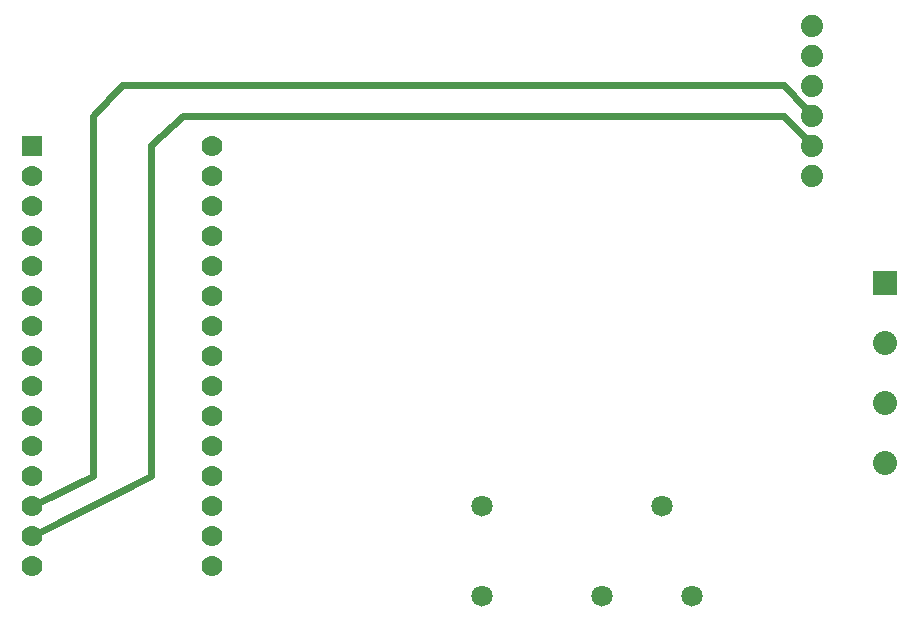
<source format=gtl>
G04 MADE WITH FRITZING*
G04 WWW.FRITZING.ORG*
G04 DOUBLE SIDED*
G04 HOLES PLATED*
G04 CONTOUR ON CENTER OF CONTOUR VECTOR*
%ASAXBY*%
%FSLAX23Y23*%
%MOIN*%
%OFA0B0*%
%SFA1.0B1.0*%
%ADD10C,0.070000*%
%ADD11C,0.074000*%
%ADD12C,0.071181*%
%ADD13C,0.080000*%
%ADD14R,0.069972X0.070000*%
%ADD15R,0.080000X0.080000*%
%ADD16C,0.024000*%
%LNCOPPER1*%
G90*
G70*
G54D10*
X111Y1678D03*
X111Y1578D03*
X111Y1478D03*
X111Y1378D03*
X111Y1278D03*
X111Y1178D03*
X111Y1078D03*
X111Y978D03*
X111Y878D03*
X111Y778D03*
X111Y678D03*
X111Y578D03*
X111Y478D03*
X111Y378D03*
X111Y278D03*
X711Y1678D03*
X711Y1578D03*
X711Y1478D03*
X711Y1378D03*
X711Y1278D03*
X711Y1178D03*
X711Y1078D03*
X711Y978D03*
X711Y878D03*
X711Y778D03*
X711Y678D03*
X711Y578D03*
X711Y478D03*
X711Y378D03*
X711Y278D03*
G54D11*
X2711Y2078D03*
X2711Y1978D03*
X2711Y1878D03*
X2711Y1778D03*
X2711Y1678D03*
X2711Y1578D03*
G54D12*
X2211Y478D03*
X1611Y478D03*
X1611Y178D03*
X2311Y178D03*
X2011Y178D03*
X2211Y478D03*
X1611Y478D03*
X1611Y178D03*
X2311Y178D03*
X2011Y178D03*
G54D13*
X2954Y1021D03*
X2954Y821D03*
X2954Y621D03*
X2954Y1221D03*
G54D14*
X111Y1678D03*
G54D15*
X2954Y1221D03*
G54D16*
X314Y1777D02*
X314Y578D01*
D02*
X2615Y1881D02*
X411Y1881D01*
D02*
X411Y1881D02*
X314Y1777D01*
D02*
X508Y1680D02*
X508Y578D01*
D02*
X508Y578D02*
X137Y391D01*
D02*
X612Y1777D02*
X508Y1680D01*
D02*
X2689Y1700D02*
X2615Y1777D01*
D02*
X2615Y1777D02*
X612Y1777D01*
D02*
X314Y578D02*
X137Y491D01*
D02*
X2690Y1800D02*
X2615Y1881D01*
G04 End of Copper1*
M02*
</source>
